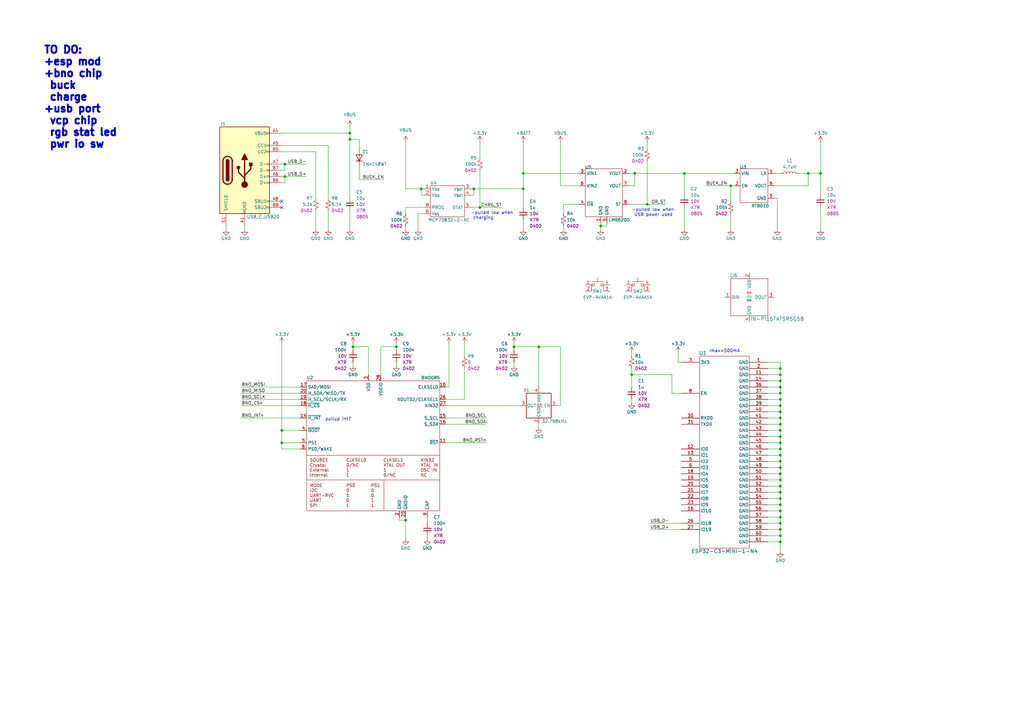
<source format=kicad_sch>
(kicad_sch (version 20230121) (generator eeschema)
  (paper "A3")
  (lib_symbols
    (symbol "00_tracker_sym:BNO085"
      (property "Reference" "U" (at 3.81 3.81 0))
      (property "Value" "BNO085" (at 57.15 3.81 0))
      (symbol "BNO085_1_1"
        (polyline (pts (xy 2.54 -38.1) (xy 57.15 -38.1)))
        (polyline (pts (xy 2.54 -27.94) (xy 57.15 -27.94)))
        (polyline (pts (xy 34.29 -50.8) (xy 34.29 -38.1)))
        (rectangle (start 2.54 2.54) (end 57.15 -50.8))
        (text "MODE		PS0		PS1\nI2C			0		0\nUART-RVC	1		0\nUART		0		1\nSPI			1		1" (at 3.81 -44.45 0) (effects (font (size 1.27 1.27)) (justify left)))
        (text "SOURCE		CLKSEL0		CLKSEL1		XIN32\nCrystal		0/NC		XTAL OUT	XTAL IN  \nExternal	1			1			OSC IN\nInternal	1			0/NC		NC" (at 3.81 -33.02 0) (effects (font (size 1.27 1.27)) (justify left)))
        (pin no_connect line (at 59.69 -19.05 180) (length 2.54) hide (name "PIN1") (number "1"))
        (pin input line (at 59.69 0 180) (length 2.54) (name "CLKSEL0") (number "10"))
        (pin input line (at 59.69 -22.86 180) (length 2.54) (name "~{RST}") (number "11"))
        (pin no_connect line (at 59.69 -19.05 180) (length 2.54) hide (name "PIN12") (number "12"))
        (pin no_connect line (at 59.69 -19.05 180) (length 2.54) hide (name "PIN13") (number "13"))
        (pin output line (at 0 -12.7 0) (length 2.54) (name "~{H_INT}") (number "14"))
        (pin bidirectional line (at 59.69 -12.7 180) (length 2.54) (name "S_SCL") (number "15"))
        (pin bidirectional line (at 59.69 -15.24 180) (length 2.54) (name "S_SDA") (number "16"))
        (pin input line (at 0 0 0) (length 2.54) (name "SA0/MOSI") (number "17"))
        (pin input line (at 0 -7.62 0) (length 2.54) (name "~{H_CS}") (number "18"))
        (pin bidirectional line (at 0 -5.08 0) (length 2.54) (name "H_SCL/SCLK/RX") (number "19"))
        (pin power_in line (at 40.64 -53.34 90) (length 2.54) (name "GND") (number "2"))
        (pin bidirectional line (at 0 -2.54 0) (length 2.54) (name "H_SDA/MISO/TX") (number "20"))
        (pin no_connect line (at 59.69 -19.05 180) (length 2.54) hide (name "PIN21") (number "21"))
        (pin no_connect line (at 59.69 -19.05 180) (length 2.54) hide (name "PIN22") (number "22"))
        (pin no_connect line (at 59.69 -19.05 180) (length 2.54) hide (name "PIN23") (number "23"))
        (pin no_connect line (at 59.69 -19.05 180) (length 2.54) hide (name "PIN24") (number "24"))
        (pin power_in line (at 43.18 -53.34 90) (length 2.54) (name "GNDIO") (number "25"))
        (pin output line (at 59.69 -5.08 180) (length 2.54) (name "XOUT32/CLKSEL1") (number "26"))
        (pin input line (at 59.69 -7.62 180) (length 2.54) (name "XIN32") (number "27"))
        (pin power_in line (at 33.02 5.08 270) (length 2.54) (name "VDDIO") (number "28"))
        (pin power_in line (at 27.94 5.08 270) (length 2.54) (name "VDD") (number "3"))
        (pin input line (at 0 -17.78 0) (length 2.54) (name "~{BOOT}") (number "4"))
        (pin input line (at 0 -22.86 0) (length 2.54) (name "PS1") (number "5"))
        (pin input line (at 0 -25.4 0) (length 2.54) (name "PS0/WAKE") (number "6"))
        (pin no_connect line (at 59.69 -19.05 180) (length 2.54) hide (name "PIN7") (number "7"))
        (pin no_connect line (at 59.69 -19.05 180) (length 2.54) hide (name "PIN8") (number "8"))
        (pin passive line (at 52.07 -53.34 90) (length 2.54) (name "CAP") (number "9"))
      )
    )
    (symbol "00_tracker_sym:ECS-327MVATX" (pin_names (offset 0.254))
      (property "Reference" "X" (at -5.08 6.35 0))
      (property "Value" "32.768kHz" (at 1.27 -6.35 0))
      (symbol "ECS-327MVATX_0_1"
        (polyline (pts (xy -1.27 -0.762) (xy -1.016 -0.762) (xy -1.016 0.762) (xy -0.508 0.762) (xy -0.508 -0.762) (xy 0 -0.762) (xy 0 0.762) (xy 0.508 0.762) (xy 0.508 -0.762) (xy 0.762 -0.762)))
      )
      (symbol "ECS-327MVATX_1_1"
        (rectangle (start -5.08 5.08) (end 5.08 -5.08) (stroke (width 0.254)))
        (pin input line (at -7.62 0 0) (length 2.54) (name "EN") (number "1"))
        (pin power_in line (at 0 -7.62 90) (length 2.54) (name "GND") (number "2"))
        (pin output line (at 7.62 0 180) (length 2.54) (name "OUT") (number "3"))
        (pin power_in line (at 0 7.62 270) (length 2.54) (name "Vdd") (number "4"))
      )
    )
    (symbol "00_tracker_sym:ESP32-C3-MINI-1-N4" (pin_names (offset 0.254))
      (property "Reference" "U" (at 20.32 10.16 0))
      (property "Value" "ESP32-C3-MINI-1-N4" (at 20.32 7.62 0))
      (symbol "ESP32-C3-MINI-1-N4_0_1"
        (pin power_out line (at 35.56 0 180) (length 7.62) (name "GND") (number "1"))
        (pin power_out line (at 35.56 -5.08 180) (length 7.62) (name "GND") (number "11"))
        (pin bidirectional line (at 0 -35.56 0) (length 7.62) (name "IO0") (number "12"))
        (pin bidirectional line (at 0 -38.1 0) (length 7.62) (name "IO1") (number "13"))
        (pin power_out line (at 35.56 -7.62 180) (length 7.62) (name "GND") (number "14"))
        (pin bidirectional line (at 0 -60.96 0) (length 7.62) (name "IO10") (number "16"))
        (pin bidirectional line (at 0 -45.72 0) (length 7.62) (name "IO4") (number "18"))
        (pin bidirectional line (at 0 -48.26 0) (length 7.62) (name "IO5") (number "19"))
        (pin power_out line (at 35.56 -2.54 180) (length 7.62) (name "GND") (number "2"))
        (pin bidirectional line (at 0 -50.8 0) (length 7.62) (name "IO6") (number "20"))
        (pin bidirectional line (at 0 -53.34 0) (length 7.62) (name "IO7") (number "21"))
        (pin bidirectional line (at 0 -55.88 0) (length 7.62) (name "IO8") (number "22"))
        (pin bidirectional line (at 0 -58.42 0) (length 7.62) (name "IO9") (number "23"))
        (pin bidirectional line (at 0 -66.04 0) (length 7.62) (name "IO18") (number "26"))
        (pin bidirectional line (at 0 -68.58 0) (length 7.62) (name "IO19") (number "27"))
        (pin power_in line (at 0 0 0) (length 7.62) (name "3V3") (number "3"))
        (pin bidirectional line (at 0 -22.86 0) (length 7.62) (name "RXD0") (number "30"))
        (pin bidirectional line (at 0 -25.4 0) (length 7.62) (name "TXD0") (number "31"))
        (pin power_out line (at 35.56 -10.16 180) (length 7.62) (name "GND") (number "36"))
        (pin power_out line (at 35.56 -12.7 180) (length 7.62) (name "GND") (number "37"))
        (pin power_out line (at 35.56 -15.24 180) (length 7.62) (name "GND") (number "38"))
        (pin power_out line (at 35.56 -17.78 180) (length 7.62) (name "GND") (number "39"))
        (pin power_out line (at 35.56 -20.32 180) (length 7.62) (name "GND") (number "40"))
        (pin power_out line (at 35.56 -22.86 180) (length 7.62) (name "GND") (number "41"))
        (pin power_out line (at 35.56 -25.4 180) (length 7.62) (name "GND") (number "42"))
        (pin power_out line (at 35.56 -27.94 180) (length 7.62) (name "GND") (number "43"))
        (pin power_out line (at 35.56 -30.48 180) (length 7.62) (name "GND") (number "44"))
        (pin power_out line (at 35.56 -33.02 180) (length 7.62) (name "GND") (number "45"))
        (pin power_out line (at 35.56 -35.56 180) (length 7.62) (name "GND") (number "46"))
        (pin power_out line (at 35.56 -38.1 180) (length 7.62) (name "GND") (number "47"))
        (pin power_out line (at 35.56 -40.64 180) (length 7.62) (name "GND") (number "48"))
        (pin power_out line (at 35.56 -43.18 180) (length 7.62) (name "GND") (number "49"))
        (pin bidirectional line (at 0 -40.64 0) (length 7.62) (name "IO2") (number "5"))
        (pin power_out line (at 35.56 -45.72 180) (length 7.62) (name "GND") (number "50"))
        (pin power_out line (at 35.56 -48.26 180) (length 7.62) (name "GND") (number "51"))
        (pin power_out line (at 35.56 -50.8 180) (length 7.62) (name "GND") (number "52"))
        (pin power_out line (at 35.56 -53.34 180) (length 7.62) (name "GND") (number "53"))
        (pin power_out line (at 35.56 -55.88 180) (length 7.62) (name "GND") (number "54"))
        (pin power_out line (at 35.56 -58.42 180) (length 7.62) (name "GND") (number "55"))
        (pin power_out line (at 35.56 -60.96 180) (length 7.62) (name "GND") (number "56"))
        (pin power_out line (at 35.56 -63.5 180) (length 7.62) (name "GND") (number "57"))
        (pin power_out line (at 35.56 -66.04 180) (length 7.62) (name "GND") (number "58"))
        (pin power_out line (at 35.56 -68.58 180) (length 7.62) (name "GND") (number "59"))
        (pin bidirectional line (at 0 -43.18 0) (length 7.62) (name "IO3") (number "6"))
        (pin power_out line (at 35.56 -71.12 180) (length 7.62) (name "GND") (number "60"))
        (pin power_out line (at 35.56 -73.66 180) (length 7.62) (name "GND") (number "61"))
        (pin input line (at 0 -12.7 0) (length 7.62) (name "EN") (number "8"))
      )
      (symbol "ESP32-C3-MINI-1-N4_1_1"
        (rectangle (start 7.62 2.54) (end 27.94 -76.2))
        (pin no_connect line (at 0 -73.66 0) (length 7.62) hide (name "NC") (number "10"))
        (pin no_connect line (at 0 -73.66 0) (length 7.62) hide (name "NC") (number "15"))
        (pin no_connect line (at 0 -73.66 0) (length 7.62) hide (name "NC") (number "17"))
        (pin no_connect line (at 0 -73.66 0) (length 7.62) hide (name "NC") (number "24"))
        (pin no_connect line (at 0 -73.66 0) (length 7.62) hide (name "NC") (number "25"))
        (pin no_connect line (at 0 -73.66 0) (length 7.62) hide (name "NC") (number "28"))
        (pin no_connect line (at 0 -73.66 0) (length 7.62) hide (name "NC") (number "29"))
        (pin no_connect line (at 0 -73.66 0) (length 7.62) hide (name "NC") (number "32"))
        (pin no_connect line (at 0 -73.66 0) (length 7.62) hide (name "NC") (number "33"))
        (pin no_connect line (at 0 -73.66 0) (length 7.62) hide (name "NC") (number "34"))
        (pin no_connect line (at 0 -73.66 0) (length 7.62) hide (name "NC") (number "35"))
        (pin no_connect line (at 0 -73.66 0) (length 7.62) hide (name "NC") (number "4"))
        (pin no_connect line (at 0 -73.66 0) (length 7.62) hide (name "NC") (number "7"))
        (pin no_connect line (at 0 -73.66 0) (length 7.62) hide (name "NC") (number "9"))
      )
    )
    (symbol "00_tracker_sym:IN-PI15TAT5R5G5B" (pin_names (offset 0.254))
      (property "Reference" "U" (at 2.54 8.89 0))
      (property "Value" "IN-PI15TAT5R5G5B" (at 21.59 -8.89 0))
      (symbol "IN-PI15TAT5R5G5B_0_1"
        (rectangle (start 2.54 7.62) (end 17.78 -7.62))
      )
      (symbol "IN-PI15TAT5R5G5B_1_1"
        (polyline (pts (xy 9.525 -1.27) (xy 9.017 -1.27)) (stroke (width 0) (color 0 0 255 1)))
        (polyline (pts (xy 9.525 0.254) (xy 9.017 0.254)) (stroke (width 0) (color 0 255 0 1)))
        (polyline (pts (xy 9.525 1.778) (xy 9.017 1.778)) (stroke (width 0) (color 255 0 0 1)))
        (polyline (pts (xy 10.541 -1.27) (xy 11.303 -1.27)) (stroke (width 0) (color 0 0 255 1)))
        (polyline (pts (xy 10.541 -0.762) (xy 10.541 -1.778)) (stroke (width 0) (color 0 0 255 1)))
        (polyline (pts (xy 10.541 0.254) (xy 11.303 0.254)) (stroke (width 0) (color 0 255 0 1)))
        (polyline (pts (xy 10.541 0.762) (xy 10.541 -0.254)) (stroke (width 0) (color 0 255 0 1)))
        (polyline (pts (xy 10.541 1.778) (xy 11.303 1.778)) (stroke (width 0) (color 255 0 0 1)))
        (polyline (pts (xy 10.541 2.286) (xy 10.541 1.27)) (stroke (width 0) (color 255 0 0 1)))
        (polyline (pts (xy 9.525 -0.762) (xy 9.525 -1.778) (xy 10.541 -1.27) (xy 9.525 -0.762)) (stroke (width 0) (color 0 0 255 1)))
        (polyline (pts (xy 9.525 0.762) (xy 9.525 -0.254) (xy 10.541 0.254) (xy 9.525 0.762)) (stroke (width 0) (color 0 255 0 1)))
        (polyline (pts (xy 9.525 2.286) (xy 9.525 1.27) (xy 10.541 1.778) (xy 9.525 2.286)) (stroke (width 0) (color 255 0 0 1)))
        (pin input line (at 0 0 0) (length 2.54) (name "DIN") (number "1"))
        (pin power_in line (at 10.16 10.16 270) (length 2.54) (name "VDD") (number "2"))
        (pin output line (at 20.32 0 180) (length 2.54) (name "DOUT") (number "3"))
        (pin power_in line (at 10.16 -10.16 90) (length 2.54) (name "GND") (number "4"))
      )
    )
    (symbol "00_tracker_sym:LM66200"
      (property "Reference" "U" (at -1.905 2.54 0))
      (property "Value" "LM66200" (at -1.905 2.54 0))
      (symbol "LM66200_0_1"
        (rectangle (start 2.54 1.905) (end 17.78 -17.78))
      )
      (symbol "LM66200_1_1"
        (pin power_in line (at 8.89 -20.32 90) (length 2.54) (name "GND") (number "1"))
        (pin power_out line (at 20.32 0 180) (length 2.54) (name "VOUT") (number "2"))
        (pin power_in line (at 0 0 0) (length 2.54) (name "VIN1") (number "3"))
        (pin input line (at 0 -12.7 0) (length 2.54) (name "~{ON}") (number "4"))
        (pin power_in line (at 11.43 -20.32 90) (length 2.54) (name "GND") (number "5"))
        (pin power_in line (at 0 -5.08 0) (length 2.54) (name "VIN2") (number "6"))
        (pin power_out line (at 20.32 -5.08 180) (length 2.54) (name "VOUT") (number "7"))
        (pin open_collector line (at 20.32 -12.7 180) (length 2.54) (name "ST") (number "8"))
      )
    )
    (symbol "00_tracker_sym:MCP73832-2-AC"
      (property "Reference" "U" (at 2.54 2.54 0))
      (property "Value" "MCP73832-2-AC" (at 2.54 -12.7 0))
      (symbol "MCP73832-2-AC_1_1"
        (rectangle (start 2.54 1.27) (end 16.51 -11.43))
        (pin power_in line (at 0 0 0) (length 2.54) (name "V_{DD}") (number "1"))
        (pin power_in line (at 0 -2.54 0) (length 2.54) (name "V_{DD}") (number "2"))
        (pin power_out line (at 19.05 0 180) (length 2.54) (name "V_{BAT}") (number "3"))
        (pin power_out line (at 19.05 -2.54 180) (length 2.54) (name "V_{BAT}") (number "4"))
        (pin open_collector line (at 19.05 -7.62 180) (length 2.54) (name "STAT") (number "5"))
        (pin power_in line (at 0 -10.16 0) (length 2.54) (name "V_{SS}") (number "6"))
        (pin no_connect line (at 19.05 -10.16 180) (length 2.54) hide (name "NC") (number "7"))
        (pin passive line (at 0 -7.62 0) (length 2.54) (name "PROG") (number "8"))
      )
    )
    (symbol "00_tracker_sym:RT8010"
      (property "Reference" "U" (at 2.54 3.175 0))
      (property "Value" "RT8010" (at 10.795 -13.335 0))
      (symbol "RT8010_0_1"
        (rectangle (start 2.54 1.905) (end 13.97 -12.065))
      )
      (symbol "RT8010_1_1"
        (pin no_connect line (at 0 -10.16 0) (length 2.54) hide (name "IC") (number "1"))
        (pin input line (at 0 -5.08 0) (length 2.54) (name "EN") (number "2"))
        (pin power_in line (at 0 0 0) (length 2.54) (name "VIN") (number "3"))
        (pin power_out line (at 16.51 0 180) (length 2.54) (name "LX") (number "4"))
        (pin power_in line (at 16.51 -10.16 180) (length 2.54) (name "GND") (number "5"))
        (pin input line (at 16.51 -5.08 180) (length 2.54) (name "VOUT") (number "6"))
      )
    )
    (symbol "Connector:USB_C_Receptacle_USB2.0_16P" (pin_names (offset 1.016))
      (property "Reference" "J" (at 0 22.225 0))
      (property "Value" "USB_C_Receptacle_USB2.0_16P" (at 0 19.685 0))
      (symbol "USB_C_Receptacle_USB2.0_16P_0_0"
        (rectangle (start -0.254 -17.78) (end 0.254 -16.764))
        (rectangle (start 10.16 -14.986) (end 9.144 -15.494))
        (rectangle (start 10.16 -12.446) (end 9.144 -12.954))
        (rectangle (start 10.16 -4.826) (end 9.144 -5.334))
        (rectangle (start 10.16 -2.286) (end 9.144 -2.794))
        (rectangle (start 10.16 0.254) (end 9.144 -0.254))
        (rectangle (start 10.16 2.794) (end 9.144 2.286))
        (rectangle (start 10.16 7.874) (end 9.144 7.366))
        (rectangle (start 10.16 10.414) (end 9.144 9.906))
        (rectangle (start 10.16 15.494) (end 9.144 14.986))
      )
      (symbol "USB_C_Receptacle_USB2.0_16P_0_1"
        (rectangle (start -10.16 17.78) (end 10.16 -17.78) (stroke (width 0.254)) (fill (type background)))
        (arc (start -8.89 -3.81) (mid -6.985 -5.7067) (end -5.08 -3.81) (stroke (width 0.508)))
        (arc (start -7.62 -3.81) (mid -6.985 -4.4423) (end -6.35 -3.81) (stroke (width 0.254)))
        (arc (start -7.62 -3.81) (mid -6.985 -4.4423) (end -6.35 -3.81) (stroke (width 0.254)) (fill (type outline)))
        (rectangle (start -7.62 -3.81) (end -6.35 3.81) (stroke (width 0.254)) (fill (type outline)))
        (arc (start -6.35 3.81) (mid -6.985 4.4423) (end -7.62 3.81) (stroke (width 0.254)))
        (arc (start -6.35 3.81) (mid -6.985 4.4423) (end -7.62 3.81) (stroke (width 0.254)) (fill (type outline)))
        (arc (start -5.08 3.81) (mid -6.985 5.7067) (end -8.89 3.81) (stroke (width 0.508)))
        (circle (center -2.54 1.143) (radius 0.635) (stroke (width 0.254)) (fill (type outline)))
        (circle (center 0 -5.842) (radius 1.27) (fill (type outline)))
        (polyline (pts (xy -8.89 -3.81) (xy -8.89 3.81)) (stroke (width 0.508)))
        (polyline (pts (xy -5.08 3.81) (xy -5.08 -3.81)) (stroke (width 0.508)))
        (polyline (pts (xy 0 -5.842) (xy 0 4.318)) (stroke (width 0.508)))
        (polyline (pts (xy 0 -3.302) (xy -2.54 -0.762) (xy -2.54 0.508)) (stroke (width 0.508)))
        (polyline (pts (xy 0 -2.032) (xy 2.54 0.508) (xy 2.54 1.778)) (stroke (width 0.508)))
        (polyline (pts (xy -1.27 4.318) (xy 0 6.858) (xy 1.27 4.318) (xy -1.27 4.318)) (stroke (width 0.254)) (fill (type outline)))
        (rectangle (start 1.905 1.778) (end 3.175 3.048) (stroke (width 0.254)) (fill (type outline)))
      )
      (symbol "USB_C_Receptacle_USB2.0_16P_1_1"
        (pin passive line (at 0 -22.86 90) (length 5.08) (name "GND") (number "A1"))
        (pin passive line (at 0 -22.86 90) (length 5.08) hide (name "GND") (number "A12"))
        (pin passive line (at 15.24 15.24 180) (length 5.08) (name "VBUS") (number "A4"))
        (pin bidirectional line (at 15.24 10.16 180) (length 5.08) (name "CC1") (number "A5"))
        (pin bidirectional line (at 15.24 -2.54 180) (length 5.08) (name "D+") (number "A6"))
        (pin bidirectional line (at 15.24 2.54 180) (length 5.08) (name "D-") (number "A7"))
        (pin bidirectional line (at 15.24 -12.7 180) (length 5.08) (name "SBU1") (number "A8"))
        (pin passive line (at 15.24 15.24 180) (length 5.08) hide (name "VBUS") (number "A9"))
        (pin passive line (at 0 -22.86 90) (length 5.08) hide (name "GND") (number "B1"))
        (pin passive line (at 0 -22.86 90) (length 5.08) hide (name "GND") (number "B12"))
        (pin passive line (at 15.24 15.24 180) (length 5.08) hide (name "VBUS") (number "B4"))
        (pin bidirectional line (at 15.24 7.62 180) (length 5.08) (name "CC2") (number "B5"))
        (pin bidirectional line (at 15.24 -5.08 180) (length 5.08) (name "D+") (number "B6"))
        (pin bidirectional line (at 15.24 0 180) (length 5.08) (name "D-") (number "B7"))
        (pin bidirectional line (at 15.24 -15.24 180) (length 5.08) (name "SBU2") (number "B8"))
        (pin passive line (at 15.24 15.24 180) (length 5.08) hide (name "VBUS") (number "B9"))
        (pin passive line (at -7.62 -22.86 90) (length 5.08) (name "SHIELD") (number "S1"))
      )
    )
    (symbol "Device:C_Small" (pin_numbers hide) (pin_names (offset 0.254) hide)
      (property "Reference" "C" (at 0.254 1.778 0))
      (property "Value" "C_Small" (at 0.254 -2.032 0))
      (symbol "C_Small_0_1"
        (polyline (pts (xy -1.524 -0.508) (xy 1.524 -0.508)) (stroke (width 0.3302)))
        (polyline (pts (xy -1.524 0.508) (xy 1.524 0.508)) (stroke (width 0.3048)))
      )
      (symbol "C_Small_1_1"
        (pin passive line (at 0 2.54 270) (length 2.032) (name "~") (number "1"))
        (pin passive line (at 0 -2.54 90) (length 2.032) (name "~") (number "2"))
      )
    )
    (symbol "Device:L" (pin_numbers hide) (pin_names (offset 1.016) hide)
      (property "Reference" "L" (at -1.27 0 90))
      (property "Value" "L" (at 1.905 0 90))
      (symbol "L_0_1"
        (arc (start 0 -2.54) (mid 0.6323 -1.905) (end 0 -1.27))
        (arc (start 0 -1.27) (mid 0.6323 -0.635) (end 0 0))
        (arc (start 0 0) (mid 0.6323 0.635) (end 0 1.27))
        (arc (start 0 1.27) (mid 0.6323 1.905) (end 0 2.54))
      )
      (symbol "L_1_1"
        (pin passive line (at 0 3.81 270) (length 1.27) (name "1") (number "1"))
        (pin passive line (at 0 -3.81 90) (length 1.27) (name "2") (number "2"))
      )
    )
    (symbol "Device:R_Small_US" (pin_numbers hide) (pin_names (offset 0.254) hide)
      (property "Reference" "R" (at 0.762 0.508 0))
      (property "Value" "R_Small_US" (at 0.762 -1.016 0))
      (symbol "R_Small_US_1_1"
        (polyline (pts (xy 0 0) (xy 1.016 -0.381) (xy 0 -0.762) (xy -1.016 -1.143) (xy 0 -1.524)))
        (polyline (pts (xy 0 1.524) (xy 1.016 1.143) (xy 0 0.762) (xy -1.016 0.381) (xy 0 0)))
        (pin passive line (at 0 2.54 270) (length 1.016) (name "~") (number "1"))
        (pin passive line (at 0 -2.54 90) (length 1.016) (name "~") (number "2"))
      )
    )
    (symbol "Diode:1N4148WT" (pin_numbers hide) (pin_names hide)
      (property "Reference" "D" (at 0 2.54 0))
      (property "Value" "1N4148WT" (at 0 -2.54 0))
      (symbol "1N4148WT_0_1"
        (polyline (pts (xy -1.27 1.27) (xy -1.27 -1.27)) (stroke (width 0.254)))
        (polyline (pts (xy 1.27 0) (xy -1.27 0)))
        (polyline (pts (xy 1.27 1.27) (xy 1.27 -1.27) (xy -1.27 0) (xy 1.27 1.27)) (stroke (width 0.254)))
      )
      (symbol "1N4148WT_1_1"
        (pin passive line (at -3.81 0 0) (length 2.54) (name "K") (number "1"))
        (pin passive line (at 3.81 0 180) (length 2.54) (name "A") (number "2"))
      )
    )
    (symbol "Switch:SW_MEC_5E" (pin_names (offset 1.016) hide)
      (property "Reference" "SW" (at 0.635 5.715 0))
      (property "Value" "SW_MEC_5E" (at 0 -3.175 0))
      (symbol "SW_MEC_5E_0_1"
        (circle (center -1.778 2.54) (radius 0.508))
        (polyline (pts (xy -2.286 3.81) (xy 2.286 3.81)))
        (polyline (pts (xy 0 3.81) (xy 0 5.588)))
        (polyline (pts (xy -2.54 0) (xy -2.54 2.54) (xy -2.286 2.54)))
        (polyline (pts (xy 2.54 0) (xy 2.54 2.54) (xy 2.286 2.54)))
        (circle (center 1.778 2.54) (radius 0.508))
        (pin passive line (at -5.08 2.54 0) (length 2.54) (name "1") (number "1"))
        (pin passive line (at -5.08 0 0) (length 2.54) (name "2") (number "2"))
        (pin passive line (at 5.08 0 180) (length 2.54) (name "K") (number "3"))
        (pin passive line (at 5.08 2.54 180) (length 2.54) (name "A") (number "4"))
      )
    )
    (symbol "power:+3.3V" (power) (pin_names (offset 0))
      (property "Value" "+3.3V" (at 0 3.556 0))
      (symbol "+3.3V_0_1"
        (polyline (pts (xy -0.762 1.27) (xy 0 2.54)))
        (polyline (pts (xy 0 0) (xy 0 2.54)))
        (polyline (pts (xy 0 2.54) (xy 0.762 1.27)))
      )
      (symbol "+3.3V_1_1"
        (pin power_in line (at 0 0 90) (length 0) hide (name "+3.3V") (number "1"))
      )
    )
    (symbol "power:+BATT" (power) (pin_names (offset 0))
      (property "Value" "+BATT" (at 0 3.556 0))
      (symbol "+BATT_0_1"
        (polyline (pts (xy -0.762 1.27) (xy 0 2.54)))
        (polyline (pts (xy 0 0) (xy 0 2.54)))
        (polyline (pts (xy 0 2.54) (xy 0.762 1.27)))
      )
      (symbol "+BATT_1_1"
        (pin power_in line (at 0 0 90) (length 0) hide (name "+BATT") (number "1"))
      )
    )
    (symbol "power:GND" (power) (pin_names (offset 0))
      (property "Value" "GND" (at 0 -3.81 0))
      (symbol "GND_0_1"
        (polyline (pts (xy 0 0) (xy 0 -1.27) (xy 1.27 -1.27) (xy 0 -2.54) (xy -1.27 -1.27) (xy 0 -1.27)))
      )
      (symbol "GND_1_1"
        (pin power_in line (at 0 0 270) (length 0) hide (name "GND") (number "1"))
      )
    )
    (symbol "power:VBUS" (power) (pin_names (offset 0))
      (property "Value" "VBUS" (at 0 3.81 0))
      (symbol "VBUS_0_1"
        (polyline (pts (xy -0.762 1.27) (xy 0 2.54)))
        (polyline (pts (xy 0 0) (xy 0 2.54)))
        (polyline (pts (xy 0 2.54) (xy 0.762 1.27)))
      )
      (symbol "VBUS_1_1"
        (pin power_in line (at 0 0 90) (length 0) hide (name "VBUS") (number "1"))
      )
    )
  )
  (junction (at 320.04 222.25))
  (junction (at 320.04 186.69))
  (junction (at 320.04 156.21))
  (junction (at 331.47 71.12))
  (junction (at 320.04 166.37))
  (junction (at 280.67 71.12))
  (junction (at 144.78 142.24))
  (junction (at 214.63 77.47))
  (junction (at 196.85 85.09))
  (junction (at 115.57 176.53))
  (junction (at 320.04 199.39))
  (junction (at 162.56 142.24))
  (junction (at 320.04 176.53))
  (junction (at 259.08 153.67))
  (junction (at 320.04 191.77))
  (junction (at 320.04 194.31))
  (junction (at 320.04 217.17))
  (junction (at 320.04 179.07))
  (junction (at 116.84 67.31))
  (junction (at 320.04 153.67))
  (junction (at 116.84 72.39))
  (junction (at 210.82 142.24))
  (junction (at 320.04 212.09))
  (junction (at 320.04 204.47))
  (junction (at 220.98 142.24))
  (junction (at 320.04 207.01))
  (junction (at 320.04 173.99))
  (junction (at 320.04 196.85))
  (junction (at 166.37 213.36))
  (junction (at 260.35 71.12))
  (junction (at 246.38 92.71))
  (junction (at 320.04 161.29))
  (junction (at 194.31 77.47))
  (junction (at 320.04 171.45))
  (junction (at 320.04 219.71))
  (junction (at 320.04 214.63))
  (junction (at 214.63 71.12))
  (junction (at 320.04 201.93))
  (junction (at 265.43 83.82))
  (junction (at 143.51 57.15))
  (junction (at 143.51 54.61))
  (junction (at 320.04 189.23))
  (junction (at 320.04 181.61))
  (junction (at 320.04 209.55))
  (junction (at 320.04 158.75))
  (junction (at 320.04 184.15))
  (junction (at 320.04 168.91))
  (junction (at 320.04 151.13))
  (junction (at 299.72 76.2))
  (junction (at 115.57 181.61))
  (junction (at 320.04 163.83))
  (junction (at 336.55 71.12))
  (junction (at 172.72 77.47))
  (no_connect (at 115.57 82.55))
  (no_connect (at 115.57 85.09))
  (wire (pts (xy 259.08 163.83) (xy 259.08 165.1)))
  (wire (pts (xy 331.47 71.12) (xy 327.66 71.12)))
  (wire (pts (xy 320.04 158.75) (xy 320.04 161.29)))
  (wire (pts (xy 320.04 196.85) (xy 314.96 196.85)))
  (wire (pts (xy 317.5 76.2) (xy 331.47 76.2)))
  (wire (pts (xy 320.04 222.25) (xy 320.04 226.06)))
  (wire (pts (xy 246.38 91.44) (xy 246.38 92.71)))
  (wire (pts (xy 320.04 222.25) (xy 314.96 222.25)))
  (wire (pts (xy 259.08 153.67) (xy 259.08 158.75)))
  (wire (pts (xy 193.04 77.47) (xy 194.31 77.47)))
  (wire (pts (xy 214.63 71.12) (xy 214.63 77.47)))
  (wire (pts (xy 275.59 153.67) (xy 259.08 153.67)))
  (wire (pts (xy 196.85 69.85) (xy 196.85 85.09)))
  (wire (pts (xy 320.04 189.23) (xy 320.04 191.77)))
  (wire (pts (xy 151.13 142.24) (xy 144.78 142.24)))
  (wire (pts (xy 320.04 148.59) (xy 320.04 151.13)))
  (wire (pts (xy 173.99 80.01) (xy 172.72 80.01)))
  (wire (pts (xy 257.81 76.2) (xy 260.35 76.2)))
  (wire (pts (xy 318.77 93.98) (xy 318.77 81.28)))
  (wire (pts (xy 265.43 58.42) (xy 265.43 60.96)))
  (wire (pts (xy 320.04 163.83) (xy 320.04 166.37)))
  (wire (pts (xy 320.04 184.15) (xy 320.04 186.69)))
  (wire (pts (xy 320.04 214.63) (xy 314.96 214.63)))
  (wire (pts (xy 162.56 148.59) (xy 162.56 149.86)))
  (wire (pts (xy 157.48 73.66) (xy 147.32 73.66)))
  (wire (pts (xy 220.98 173.99) (xy 220.98 175.26)))
  (wire (pts (xy 278.13 148.59) (xy 279.4 148.59)))
  (wire (pts (xy 144.78 148.59) (xy 144.78 149.86)))
  (wire (pts (xy 116.84 67.31) (xy 125.73 67.31)))
  (wire (pts (xy 320.04 196.85) (xy 320.04 199.39)))
  (wire (pts (xy 320.04 199.39) (xy 314.96 199.39)))
  (wire (pts (xy 320.04 148.59) (xy 314.96 148.59)))
  (wire (pts (xy 144.78 142.24) (xy 144.78 143.51)))
  (wire (pts (xy 166.37 77.47) (xy 172.72 77.47)))
  (wire (pts (xy 320.04 166.37) (xy 320.04 168.91)))
  (wire (pts (xy 214.63 90.17) (xy 214.63 93.98)))
  (wire (pts (xy 99.06 158.75) (xy 123.19 158.75)))
  (wire (pts (xy 115.57 67.31) (xy 116.84 67.31)))
  (wire (pts (xy 99.06 166.37) (xy 123.19 166.37)))
  (wire (pts (xy 331.47 76.2) (xy 331.47 71.12)))
  (wire (pts (xy 248.92 91.44) (xy 248.92 92.71)))
  (wire (pts (xy 320.04 151.13) (xy 320.04 153.67)))
  (wire (pts (xy 260.35 76.2) (xy 260.35 71.12)))
  (wire (pts (xy 143.51 86.36) (xy 143.51 93.98)))
  (wire (pts (xy 115.57 176.53) (xy 115.57 181.61)))
  (wire (pts (xy 320.04 184.15) (xy 314.96 184.15)))
  (wire (pts (xy 320.04 168.91) (xy 320.04 171.45)))
  (wire (pts (xy 143.51 57.15) (xy 143.51 81.28)))
  (wire (pts (xy 116.84 72.39) (xy 115.57 72.39)))
  (wire (pts (xy 194.31 77.47) (xy 214.63 77.47)))
  (wire (pts (xy 320.04 199.39) (xy 320.04 201.93)))
  (wire (pts (xy 214.63 58.42) (xy 214.63 71.12)))
  (wire (pts (xy 320.04 168.91) (xy 314.96 168.91)))
  (wire (pts (xy 320.04 219.71) (xy 314.96 219.71)))
  (wire (pts (xy 299.72 76.2) (xy 299.72 82.55)))
  (wire (pts (xy 320.04 212.09) (xy 314.96 212.09)))
  (wire (pts (xy 171.45 87.63) (xy 171.45 93.98)))
  (wire (pts (xy 147.32 57.15) (xy 143.51 57.15)))
  (wire (pts (xy 116.84 72.39) (xy 125.73 72.39)))
  (wire (pts (xy 194.31 80.01) (xy 194.31 77.47)))
  (wire (pts (xy 115.57 74.93) (xy 116.84 74.93)))
  (wire (pts (xy 275.59 161.29) (xy 275.59 153.67)))
  (wire (pts (xy 265.43 66.04) (xy 265.43 83.82)))
  (wire (pts (xy 257.81 83.82) (xy 265.43 83.82)))
  (wire (pts (xy 143.51 52.07) (xy 143.51 54.61)))
  (wire (pts (xy 318.77 81.28) (xy 317.5 81.28)))
  (wire (pts (xy 320.04 153.67) (xy 320.04 156.21)))
  (wire (pts (xy 182.88 166.37) (xy 213.36 166.37)))
  (wire (pts (xy 163.83 212.09) (xy 163.83 213.36)))
  (wire (pts (xy 231.14 83.82) (xy 231.14 87.63)))
  (wire (pts (xy 190.5 140.97) (xy 190.5 146.05)))
  (wire (pts (xy 134.62 81.28) (xy 134.62 59.69)))
  (wire (pts (xy 214.63 77.47) (xy 214.63 85.09)))
  (wire (pts (xy 300.99 76.2) (xy 299.72 76.2)))
  (wire (pts (xy 115.57 181.61) (xy 115.57 184.15)))
  (wire (pts (xy 229.87 166.37) (xy 229.87 142.24)))
  (wire (pts (xy 320.04 207.01) (xy 314.96 207.01)))
  (wire (pts (xy 320.04 201.93) (xy 314.96 201.93)))
  (wire (pts (xy 229.87 142.24) (xy 220.98 142.24)))
  (wire (pts (xy 320.04 161.29) (xy 314.96 161.29)))
  (wire (pts (xy 172.72 77.47) (xy 173.99 77.47)))
  (wire (pts (xy 320.04 163.83) (xy 314.96 163.83)))
  (wire (pts (xy 166.37 213.36) (xy 166.37 220.98)))
  (wire (pts (xy 231.14 92.71) (xy 231.14 93.98)))
  (wire (pts (xy 237.49 83.82) (xy 231.14 83.82)))
  (wire (pts (xy 320.04 194.31) (xy 320.04 196.85)))
  (wire (pts (xy 210.82 140.97) (xy 210.82 142.24)))
  (wire (pts (xy 280.67 71.12) (xy 280.67 80.01)))
  (wire (pts (xy 182.88 181.61) (xy 199.39 181.61)))
  (wire (pts (xy 196.85 58.42) (xy 196.85 64.77)))
  (wire (pts (xy 193.04 80.01) (xy 194.31 80.01)))
  (wire (pts (xy 320.04 207.01) (xy 320.04 209.55)))
  (wire (pts (xy 278.13 144.78) (xy 278.13 148.59)))
  (wire (pts (xy 182.88 158.75) (xy 184.15 158.75)))
  (wire (pts (xy 220.98 142.24) (xy 220.98 158.75)))
  (wire (pts (xy 320.04 209.55) (xy 314.96 209.55)))
  (wire (pts (xy 162.56 142.24) (xy 162.56 143.51)))
  (wire (pts (xy 220.98 142.24) (xy 210.82 142.24)))
  (wire (pts (xy 143.51 54.61) (xy 143.51 57.15)))
  (wire (pts (xy 175.26 219.71) (xy 175.26 220.98)))
  (wire (pts (xy 100.33 92.71) (xy 100.33 93.98)))
  (wire (pts (xy 320.04 158.75) (xy 314.96 158.75)))
  (wire (pts (xy 320.04 181.61) (xy 320.04 184.15)))
  (wire (pts (xy 320.04 151.13) (xy 314.96 151.13)))
  (wire (pts (xy 320.04 179.07) (xy 314.96 179.07)))
  (wire (pts (xy 214.63 71.12) (xy 237.49 71.12)))
  (wire (pts (xy 280.67 85.09) (xy 280.67 93.98)))
  (wire (pts (xy 320.04 176.53) (xy 314.96 176.53)))
  (wire (pts (xy 196.85 85.09) (xy 205.74 85.09)))
  (wire (pts (xy 129.54 62.23) (xy 129.54 81.28)))
  (wire (pts (xy 266.7 217.17) (xy 279.4 217.17)))
  (wire (pts (xy 336.55 71.12) (xy 336.55 80.01)))
  (wire (pts (xy 299.72 87.63) (xy 299.72 93.98)))
  (wire (pts (xy 280.67 71.12) (xy 300.99 71.12)))
  (wire (pts (xy 156.21 153.67) (xy 156.21 142.24)))
  (wire (pts (xy 320.04 176.53) (xy 320.04 179.07)))
  (wire (pts (xy 151.13 153.67) (xy 151.13 142.24)))
  (wire (pts (xy 257.81 71.12) (xy 260.35 71.12)))
  (wire (pts (xy 143.51 54.61) (xy 115.57 54.61)))
  (wire (pts (xy 320.04 194.31) (xy 314.96 194.31)))
  (wire (pts (xy 162.56 140.97) (xy 162.56 142.24)))
  (wire (pts (xy 229.87 166.37) (xy 228.6 166.37)))
  (wire (pts (xy 259.08 144.78) (xy 259.08 146.05)))
  (wire (pts (xy 115.57 184.15) (xy 123.19 184.15)))
  (wire (pts (xy 99.06 171.45) (xy 123.19 171.45)))
  (wire (pts (xy 134.62 86.36) (xy 134.62 93.98)))
  (wire (pts (xy 147.32 60.96) (xy 147.32 57.15)))
  (wire (pts (xy 336.55 71.12) (xy 331.47 71.12)))
  (wire (pts (xy 115.57 62.23) (xy 129.54 62.23)))
  (wire (pts (xy 320.04 161.29) (xy 320.04 163.83)))
  (wire (pts (xy 336.55 58.42) (xy 336.55 71.12)))
  (wire (pts (xy 229.87 76.2) (xy 237.49 76.2)))
  (wire (pts (xy 320.04 166.37) (xy 314.96 166.37)))
  (wire (pts (xy 134.62 59.69) (xy 115.57 59.69)))
  (wire (pts (xy 320.04 173.99) (xy 314.96 173.99)))
  (wire (pts (xy 266.7 214.63) (xy 279.4 214.63)))
  (wire (pts (xy 144.78 140.97) (xy 144.78 142.24)))
  (wire (pts (xy 115.57 181.61) (xy 123.19 181.61)))
  (wire (pts (xy 320.04 181.61) (xy 314.96 181.61)))
  (wire (pts (xy 173.99 85.09) (xy 166.37 85.09)))
  (wire (pts (xy 115.57 69.85) (xy 116.84 69.85)))
  (wire (pts (xy 173.99 87.63) (xy 171.45 87.63)))
  (wire (pts (xy 246.38 92.71) (xy 246.38 93.98)))
  (wire (pts (xy 182.88 163.83) (xy 190.5 163.83)))
  (wire (pts (xy 265.43 83.82) (xy 273.05 83.82)))
  (wire (pts (xy 156.21 142.24) (xy 162.56 142.24)))
  (wire (pts (xy 260.35 71.12) (xy 280.67 71.12)))
  (wire (pts (xy 320.04 204.47) (xy 314.96 204.47)))
  (wire (pts (xy 116.84 74.93) (xy 116.84 72.39)))
  (wire (pts (xy 99.06 161.29) (xy 123.19 161.29)))
  (wire (pts (xy 320.04 217.17) (xy 314.96 217.17)))
  (wire (pts (xy 259.08 151.13) (xy 259.08 153.67)))
  (wire (pts (xy 248.92 92.71) (xy 246.38 92.71)))
  (wire (pts (xy 320.04 191.77) (xy 314.96 191.77)))
  (wire (pts (xy 210.82 148.59) (xy 210.82 149.86)))
  (wire (pts (xy 320.04 189.23) (xy 314.96 189.23)))
  (wire (pts (xy 163.83 213.36) (xy 166.37 213.36)))
  (wire (pts (xy 336.55 85.09) (xy 336.55 93.98)))
  (wire (pts (xy 320.04 156.21) (xy 320.04 158.75)))
  (wire (pts (xy 320.04 204.47) (xy 320.04 207.01)))
  (wire (pts (xy 279.4 161.29) (xy 275.59 161.29)))
  (wire (pts (xy 320.04 173.99) (xy 320.04 176.53)))
  (wire (pts (xy 229.87 58.42) (xy 229.87 76.2)))
  (wire (pts (xy 92.71 92.71) (xy 92.71 93.98)))
  (wire (pts (xy 172.72 80.01) (xy 172.72 77.47)))
  (wire (pts (xy 320.04 209.55) (xy 320.04 212.09)))
  (wire (pts (xy 99.06 163.83) (xy 123.19 163.83)))
  (wire (pts (xy 320.04 179.07) (xy 320.04 181.61)))
  (wire (pts (xy 317.5 71.12) (xy 320.04 71.12)))
  (wire (pts (xy 166.37 213.36) (xy 166.37 212.09)))
  (wire (pts (xy 115.57 140.97) (xy 115.57 176.53)))
  (wire (pts (xy 184.15 158.75) (xy 184.15 140.97)))
  (wire (pts (xy 320.04 171.45) (xy 320.04 173.99)))
  (wire (pts (xy 116.84 69.85) (xy 116.84 67.31)))
  (wire (pts (xy 320.04 214.63) (xy 320.04 217.17)))
  (wire (pts (xy 320.04 186.69) (xy 320.04 189.23)))
  (wire (pts (xy 320.04 186.69) (xy 314.96 186.69)))
  (wire (pts (xy 210.82 142.24) (xy 210.82 143.51)))
  (wire (pts (xy 166.37 92.71) (xy 166.37 93.98)))
  (wire (pts (xy 166.37 58.42) (xy 166.37 77.47)))
  (wire (pts (xy 147.32 73.66) (xy 147.32 68.58)))
  (wire (pts (xy 123.19 176.53) (xy 115.57 176.53)))
  (wire (pts (xy 182.88 173.99) (xy 199.39 173.99)))
  (wire (pts (xy 320.04 219.71) (xy 320.04 222.25)))
  (wire (pts (xy 320.04 156.21) (xy 314.96 156.21)))
  (wire (pts (xy 320.04 171.45) (xy 314.96 171.45)))
  (wire (pts (xy 182.88 171.45) (xy 199.39 171.45)))
  (wire (pts (xy 320.04 217.17) (xy 320.04 219.71)))
  (wire (pts (xy 320.04 191.77) (xy 320.04 194.31)))
  (wire (pts (xy 190.5 163.83) (xy 190.5 151.13)))
  (wire (pts (xy 320.04 212.09) (xy 320.04 214.63)))
  (wire (pts (xy 166.37 85.09) (xy 166.37 87.63)))
  (wire (pts (xy 193.04 85.09) (xy 196.85 85.09)))
  (wire (pts (xy 129.54 86.36) (xy 129.54 93.98)))
  (wire (pts (xy 320.04 201.93) (xy 320.04 204.47)))
  (wire (pts (xy 289.56 76.2) (xy 299.72 76.2)))
  (wire (pts (xy 175.26 212.09) (xy 175.26 214.63)))
  (wire (pts (xy 320.04 153.67) (xy 314.96 153.67)))
  (text "TO DO:\n+esp mod\n+bno chip\n buck\n charge\n+usb port\n vcp chip\n rgb stat led\n pwr io sw\n" (at 17.78 60.96 0) (effects (font (size 3 3) (thickness 1) bold) (justify left bottom)))
  (text "-pulled low when\n charging" (at 193.04 90.17 0) (effects (font (size 1.27 1.27)) (justify left bottom)))
  (text "-pulled low when\n USB power used" (at 259.08 88.9 0) (effects (font (size 1.27 1.27)) (justify left bottom)))
  (text "pullup int?" (at 133.35 172.72 0) (effects (font (size 1.27 1.27)) (justify left bottom)))
  (text "Imax=500mA" (at 290.83 144.78 0) (effects (font (size 1.27 1.27)) (justify left bottom)))
  (label "CHRG_ST" (at 205.74 85.09 180))
  (label "USB_D-" (at 125.73 67.31 180))
  (label "BNO_INTn" (at 99.06 171.45 0))
  (label "USB_D+" (at 125.73 72.39 180))
  (label "BNO_MOSI" (at 99.06 158.75 0))
  (label "BNO_SCL" (at 199.39 171.45 180))
  (label "USB_D+" (at 266.7 217.17 0))
  (label "BNO_CSn" (at 99.06 166.37 0))
  (label "OR_ST" (at 273.05 83.82 180))
  (label "BNO_MISO" (at 99.06 161.29 0))
  (label "BNO_SDA" (at 199.39 173.99 180))
  (label "BNO_RSTn" (at 199.39 181.61 180))
  (label "USB_D-" (at 266.7 214.63 0))
  (label "BNO_SCLK" (at 99.06 163.83 0))
  (label "BUCK_EN" (at 157.48 73.66 180))
  (label "BUCK_EN" (at 289.56 76.2 0))
  (symbol (lib_id "Diode:1N4148WT") (at 147.32 64.77 90) (unit 1)
    (property "Reference" "D1" (at 149.86 62.23 90))
    (property "Value" "1N4148WT" (at 153.67 67.31 90))
    (property "Footprint" "Diode_SMD:D_SOD-523" (effects hide))
    (property "Datasheet" "https://www.diodes.com/assets/Datasheets/ds30396.pdf" (effects hide))
    (property "Sim.Device" "D" (effects hide))
    (property "Sim.Pins" "1=K 2=A" (effects hide))
  )
  (symbol (lib_id "Switch:SW_MEC_5E") (at 261.62 119.38 0) (unit 1)
    (property "Reference" "SW2" (at 261.62 119.38 0))
    (property "Value" "EVP-AVAA1A" (at 261.62 121.92 0))
    (property "Footprint" "00_tracker_fp:EVP-AVAA1A_PAN" (effects hide))
  )
  (symbol (lib_id "Device:C_Small") (at 214.63 87.63 0) (unit 1)
    (property "Reference" "C4" (at 217.17 82.55 0) (effects (justify left)))
    (property "Value" "1u" (at 217.17 85.09 0) (effects (justify left)))
    (property "Footprint" "Capacitor_SMD:C_0402_1005Metric" (effects hide))
    (property "Voltage" "10V" (at 217.17 87.63 0) (effects (justify left)))
    (property "Class" "X7R" (at 217.17 90.17 0) (effects (justify left)))
    (property "Size" "0402" (at 217.17 92.71 0) (effects (justify left)))
  )
  (symbol (lib_id "power:GND") (at 175.26 220.98 0) (mirror y) (unit 1)
    (property "Reference" "#PWR030" (effects hide))
    (property "Value" "GND" (at 175.26 224.79 0))
  )
  (symbol (lib_id "Device:C_Small") (at 280.67 82.55 0) (unit 1)
    (property "Reference" "C2" (at 283.21 77.47 0) (effects (justify left)))
    (property "Value" "10u" (at 283.21 80.01 0) (effects (justify left)))
    (property "Footprint" "Capacitor_SMD:C_0805_2012Metric" (effects hide))
    (property "Voltage" "10V" (at 283.21 82.55 0) (effects (justify left)))
    (property "Class" "X7R" (at 283.21 85.09 0) (effects (justify left)))
    (property "Size" "0805" (at 283.21 87.63 0) (effects (justify left)))
  )
  (symbol (lib_id "00_tracker_sym:BNO085") (at 123.19 158.75 0) (unit 1)
    (property "Reference" "U2" (at 125.73 154.94 0) (effects (justify left)))
    (property "Value" "BNO085" (at 172.72 154.94 0) (effects (justify left)))
    (property "Footprint" "Package_LGA:LGA-28_5.2x3.8mm_P0.5mm" (effects hide))
    (property "Datasheet" "${KIPRJMOD}/datasheets/BNO080_085-Datasheet.pdf" (effects hide))
  )
  (symbol (lib_id "Device:C_Small") (at 210.82 146.05 0) (mirror y) (unit 1)
    (property "Reference" "C6" (at 208.28 140.97 0) (effects (justify left)))
    (property "Value" "100n" (at 208.28 143.51 0) (effects (justify left)))
    (property "Footprint" "Capacitor_SMD:C_0402_1005Metric" (effects hide))
    (property "Voltage" "10V" (at 208.28 146.05 0) (effects (justify left)))
    (property "Class" "X7R" (at 208.28 148.59 0) (effects (justify left)))
    (property "Size" "0402" (at 208.28 151.13 0) (effects (justify left)))
  )
  (symbol (lib_id "Device:R_Small_US") (at 259.08 148.59 0) (unit 1)
    (property "Reference" "R1" (at 260.35 146.05 0) (effects (justify left)))
    (property "Value" "10k" (at 260.35 148.59 0) (effects (justify left)))
    (property "Footprint" "Resistor_SMD:R_0402_1005Metric" (effects hide))
    (property "Size" "0402" (at 260.35 151.13 0) (effects (justify left)))
  )
  (symbol (lib_id "Switch:SW_MEC_5E") (at 245.11 119.38 0) (unit 1)
    (property "Reference" "SW1" (at 245.11 119.38 0))
    (property "Value" "EVP-AVAA1A" (at 245.11 121.92 0))
    (property "Footprint" "00_tracker_fp:EVP-AVAA1A_PAN" (effects hide))
  )
  (symbol (lib_id "power:GND") (at 162.56 149.86 0) (mirror y) (unit 1)
    (property "Reference" "#PWR033" (effects hide))
    (property "Value" "GND" (at 162.56 153.67 0))
  )
  (symbol (lib_id "Device:C_Small") (at 259.08 161.29 0) (unit 1)
    (property "Reference" "C1" (at 261.62 156.21 0) (effects (justify left)))
    (property "Value" "1u" (at 261.62 158.75 0) (effects (justify left)))
    (property "Footprint" "Capacitor_SMD:C_0402_1005Metric" (effects hide))
    (property "Voltage" "10V" (at 261.62 161.29 0) (effects (justify left)))
    (property "Class" "X7R" (at 261.62 163.83 0) (effects (justify left)))
    (property "Size" "0402" (at 261.62 166.37 0) (effects (justify left)))
  )
  (symbol (lib_id "power:+3.3V") (at 184.15 140.97 0) (mirror y) (unit 1)
    (property "Reference" "#PWR028" (effects hide))
    (property "Value" "+3.3V" (at 184.15 137.16 0))
  )
  (symbol (lib_id "power:+3.3V") (at 259.08 144.78 0) (unit 1)
    (property "Reference" "#PWR01" (effects hide))
    (property "Value" "+3.3V" (at 259.08 140.97 0))
  )
  (symbol (lib_id "power:+3.3V") (at 190.5 140.97 0) (mirror y) (unit 1)
    (property "Reference" "#PWR027" (effects hide))
    (property "Value" "+3.3V" (at 190.5 137.16 0))
  )
  (symbol (lib_id "power:+3.3V") (at 336.55 58.42 0) (unit 1)
    (property "Reference" "#PWR03" (effects hide))
    (property "Value" "+3.3V" (at 336.55 54.61 0))
  )
  (symbol (lib_id "Device:C_Small") (at 336.55 82.55 0) (unit 1)
    (property "Reference" "C3" (at 339.09 77.47 0) (effects (justify left)))
    (property "Value" "10u" (at 339.09 80.01 0) (effects (justify left)))
    (property "Footprint" "Capacitor_SMD:C_0805_2012Metric" (effects hide))
    (property "Voltage" "10V" (at 339.09 82.55 0) (effects (justify left)))
    (property "Class" "X7R" (at 339.09 85.09 0) (effects (justify left)))
    (property "Size" "0805" (at 339.09 87.63 0) (effects (justify left)))
  )
  (symbol (lib_id "Device:R_Small_US") (at 134.62 83.82 0) (unit 1)
    (property "Reference" "R8" (at 135.89 81.28 0) (effects (justify left)))
    (property "Value" "5.1k" (at 135.89 83.82 0) (effects (justify left)))
    (property "Footprint" "Resistor_SMD:R_0402_1005Metric" (effects hide))
    (property "Size" "0402" (at 135.89 86.36 0) (effects (justify left)))
  )
  (symbol (lib_id "Device:R_Small_US") (at 299.72 85.09 0) (mirror y) (unit 1)
    (property "Reference" "R2" (at 298.45 82.55 0) (effects (justify left)))
    (property "Value" "100k" (at 298.45 85.09 0) (effects (justify left)))
    (property "Footprint" "Resistor_SMD:R_0402_1005Metric" (effects hide))
    (property "Size" "0402" (at 298.45 87.63 0) (effects (justify left)))
  )
  (symbol (lib_id "power:GND") (at 171.45 93.98 0) (unit 1)
    (property "Reference" "#PWR012" (effects hide))
    (property "Value" "GND" (at 171.45 97.79 0))
  )
  (symbol (lib_id "power:GND") (at 246.38 93.98 0) (unit 1)
    (property "Reference" "#PWR07" (effects hide))
    (property "Value" "GND" (at 246.38 97.79 0))
  )
  (symbol (lib_id "power:VBUS") (at 166.37 58.42 0) (unit 1)
    (property "Reference" "#PWR022" (effects hide))
    (property "Value" "VBUS" (at 166.37 53.34 0))
  )
  (symbol (lib_id "power:VBUS") (at 229.87 58.42 0) (unit 1)
    (property "Reference" "#PWR023" (effects hide))
    (property "Value" "VBUS" (at 229.87 54.61 0))
  )
  (symbol (lib_id "power:GND") (at 299.72 93.98 0) (unit 1)
    (property "Reference" "#PWR08" (effects hide))
    (property "Value" "GND" (at 299.72 97.79 0))
  )
  (symbol (lib_id "Device:C_Small") (at 143.51 83.82 0) (unit 1)
    (property "Reference" "C5" (at 146.05 78.74 0) (effects (justify left)))
    (property "Value" "10u" (at 146.05 81.28 0) (effects (justify left)))
    (property "Footprint" "Capacitor_SMD:C_0402_1005Metric" (effects hide))
    (property "Voltage" "10V" (at 146.05 83.82 0) (effects (justify left)))
    (property "Class" "X7R" (at 146.05 86.36 0) (effects (justify left)))
    (property "Size" "0805" (at 146.05 88.9 0) (effects (justify left)))
  )
  (symbol (lib_id "Device:L") (at 323.85 71.12 90) (unit 1)
    (property "Reference" "L1" (at 323.85 65.913 90))
    (property "Value" "4.7uH" (at 323.85 68.453 90))
    (property "Footprint" "Inductor_SMD:L_Taiyo-Yuden_NR-30xx" (effects hide))
  )
  (symbol (lib_id "power:GND") (at 166.37 220.98 0) (mirror y) (unit 1)
    (property "Reference" "#PWR031" (effects hide))
    (property "Value" "GND" (at 166.37 224.79 0))
  )
  (symbol (lib_id "00_tracker_sym:IN-PI15TAT5R5G5B") (at 297.18 121.92 0) (unit 1)
    (property "Reference" "U6" (at 300.99 113.03 0) (effects (font (size 1.524 1.524))))
    (property "Value" "IN-PI15TAT5R5G5B" (at 318.77 130.81 0) (effects (font (size 1.524 1.524))))
    (property "Footprint" "00_tracker_fp:IN-PI15_INL" (effects hide))
    (property "Datasheet" "${KIPRJMOD}/datasheets/IN-PI15TAT5R5G5B_v1.0.pdf" (effects hide))
  )
  (symbol (lib_id "power:GND") (at 144.78 149.86 0) (mirror y) (unit 1)
    (property "Reference" "#PWR032" (effects hide))
    (property "Value" "GND" (at 144.78 153.67 0))
  )
  (symbol (lib_id "Connector:USB_C_Receptacle_USB2.0_16P") (at 100.33 69.85 0) (unit 1)
    (property "Reference" "J1" (at 91.44 50.8 0))
    (property "Value" "USB_C_USB20" (at 107.95 88.9 0))
    (property "Footprint" "00_tracker_fp:USB_C_Receptacle_G-Switch_GT-USB-7010ASV_local3d" (effects hide))
    (property "Datasheet" "https://www.usb.org/sites/default/files/documents/usb_type-c.zip" (effects hide))
  )
  (symbol (lib_id "Device:R_Small_US") (at 129.54 83.82 0) (mirror y) (unit 1)
    (property "Reference" "R7" (at 128.27 81.28 0) (effects (justify left)))
    (property "Value" "5.1k" (at 128.27 83.82 0) (effects (justify left)))
    (property "Footprint" "Resistor_SMD:R_0402_1005Metric" (effects hide))
    (property "Size" "0402" (at 128.27 86.36 0) (effects (justify left)))
  )
  (symbol (lib_id "power:VBUS") (at 143.51 52.07 0) (unit 1)
    (property "Reference" "#PWR021" (effects hide))
    (property "Value" "VBUS" (at 143.51 46.99 0))
  )
  (symbol (lib_id "power:GND") (at 280.67 93.98 0) (unit 1)
    (property "Reference" "#PWR06" (effects hide))
    (property "Value" "GND" (at 280.67 97.79 0))
  )
  (symbol (lib_id "power:+3.3V") (at 196.85 58.42 0) (unit 1)
    (property "Reference" "#PWR011" (effects hide))
    (property "Value" "+3.3V" (at 196.85 54.61 0))
  )
  (symbol (lib_id "Device:R_Small_US") (at 190.5 148.59 0) (unit 1)
    (property "Reference" "R9" (at 191.77 146.05 0) (effects (justify left)))
    (property "Value" "0" (at 191.77 148.59 0) (effects (justify left)))
    (property "Footprint" "Resistor_SMD:R_0402_1005Metric" (effects hide))
    (property "Size" "0402" (at 191.77 151.13 0) (effects (justify left)))
  )
  (symbol (lib_id "power:GND") (at 129.54 93.98 0) (unit 1)
    (property "Reference" "#PWR016" (effects hide))
    (property "Value" "GND" (at 129.54 97.79 0))
  )
  (symbol (lib_id "Device:C_Small") (at 144.78 146.05 0) (mirror y) (unit 1)
    (property "Reference" "C8" (at 142.24 140.97 0) (effects (justify left)))
    (property "Value" "100n" (at 142.24 143.51 0) (effects (justify left)))
    (property "Footprint" "Capacitor_SMD:C_0402_1005Metric" (effects hide))
    (property "Voltage" "10V" (at 142.24 146.05 0) (effects (justify left)))
    (property "Class" "X7R" (at 142.24 148.59 0) (effects (justify left)))
    (property "Size" "0402" (at 142.24 151.13 0) (effects (justify left)))
  )
  (symbol (lib_id "power:GND") (at 134.62 93.98 0) (unit 1)
    (property "Reference" "#PWR017" (effects hide))
    (property "Value" "GND" (at 134.62 97.79 0))
  )
  (symbol (lib_id "00_tracker_sym:MCP73832-2-AC") (at 173.99 77.47 0) (unit 1)
    (property "Reference" "U4" (at 177.8 74.93 0))
    (property "Value" "MCP73832-2-AC" (at 184.15 90.17 0))
    (property "Footprint" "Package_DFN_QFN:DFN-8-1EP_3x2mm_P0.5mm_EP1.7x1.4mm" (effects hide))
    (property "Datasheet" "${KIPRJMOD}/datasheets/MCP73831-Family-Data-Sheet-DS20001984H.pdf" (effects hide))
  )
  (symbol (lib_id "power:GND") (at 259.08 165.1 0) (unit 1)
    (property "Reference" "#PWR02" (effects hide))
    (property "Value" "GND" (at 259.08 168.91 0))
  )
  (symbol (lib_id "power:GND") (at 220.98 175.26 0) (mirror y) (unit 1)
    (property "Reference" "#PWR024" (effects hide))
    (property "Value" "GND" (at 220.98 179.07 0))
  )
  (symbol (lib_id "power:+BATT") (at 214.63 58.42 0) (unit 1)
    (property "Reference" "#PWR014" (effects hide))
    (property "Value" "+BATT" (at 214.63 54.61 0))
  )
  (symbol (lib_id "Device:R_Small_US") (at 166.37 90.17 0) (mirror y) (unit 1)
    (property "Reference" "R6" (at 165.1 87.63 0) (effects (justify left)))
    (property "Value" "100k" (at 165.1 90.17 0) (effects (justify left)))
    (property "Footprint" "Resistor_SMD:R_0402_1005Metric" (effects hide))
    (property "Size" "0402" (at 165.1 92.71 0) (effects (justify left)))
  )
  (symbol (lib_id "00_tracker_sym:RT8010") (at 300.99 71.12 0) (unit 1)
    (property "Reference" "U3" (at 304.8 68.58 0))
    (property "Value" "RT8010" (at 311.785 84.455 0))
    (property "Footprint" "Package_DFN_QFN:DFN-6-1EP_2x2mm_P0.65mm_EP1x1.6mm" (effects hide))
    (property "Datasheet" "${KIPRJMOD}/datasheets/DS8010A-12.pdf" (effects hide))
  )
  (symbol (lib_id "power:+3.3V") (at 144.78 140.97 0) (mirror y) (unit 1)
    (property "Reference" "#PWR034" (effects hide))
    (property "Value" "+3.3V" (at 144.78 137.16 0))
  )
  (symbol (lib_id "power:GND") (at 231.14 93.98 0) (unit 1)
    (property "Reference" "#PWR010" (effects hide))
    (property "Value" "GND" (at 231.14 97.79 0))
  )
  (symbol (lib_id "Device:R_Small_US") (at 265.43 63.5 0) (mirror y) (unit 1)
    (property "Reference" "R3" (at 264.16 60.96 0) (effects (justify left)))
    (property "Value" "100k" (at 264.16 63.5 0) (effects (justify left)))
    (property "Footprint" "Resistor_SMD:R_0402_1005Metric" (effects hide))
    (property "Size" "0402" (at 264.16 66.04 0) (effects (justify left)))
  )
  (symbol (lib_id "power:GND") (at 143.51 93.98 0) (unit 1)
    (property "Reference" "#PWR020" (effects hide))
    (property "Value" "GND" (at 143.51 97.79 0))
  )
  (symbol (lib_id "power:+3.3V") (at 210.82 140.97 0) (mirror y) (unit 1)
    (property "Reference" "#PWR026" (effects hide))
    (property "Value" "+3.3V" (at 210.82 137.16 0))
  )
  (symbol (lib_id "power:+3.3V") (at 115.57 140.97 0) (mirror y) (unit 1)
    (property "Reference" "#PWR029" (effects hide))
    (property "Value" "+3.3V" (at 115.57 137.16 0))
  )
  (symbol (lib_id "Device:R_Small_US") (at 231.14 90.17 0) (unit 1)
    (property "Reference" "R4" (at 232.41 87.63 0) (effects (justify left)))
    (property "Value" "10k" (at 232.41 90.17 0) (effects (justify left)))
    (property "Footprint" "Resistor_SMD:R_0402_1005Metric" (effects hide))
    (property "Size" "0402" (at 232.41 92.71 0) (effects (justify left)))
  )
  (symbol (lib_id "power:GND") (at 336.55 93.98 0) (unit 1)
    (property "Reference" "#PWR05" (effects hide))
    (property "Value" "GND" (at 336.55 97.79 0))
  )
  (symbol (lib_id "power:GND") (at 318.77 93.98 0) (unit 1)
    (property "Reference" "#PWR04" (effects hide))
    (property "Value" "GND" (at 318.77 97.79 0))
  )
  (symbol (lib_id "power:GND") (at 166.37 93.98 0) (unit 1)
    (property "Reference" "#PWR013" (effects hide))
    (property "Value" "GND" (at 166.37 97.79 0))
  )
  (symbol (lib_id "power:GND") (at 210.82 149.86 0) (mirror y) (unit 1)
    (property "Reference" "#PWR025" (effects hide))
    (property "Value" "GND" (at 210.82 153.67 0))
  )
  (symbol (lib_id "00_tracker_sym:ECS-327MVATX") (at 220.98 166.37 0) (mirror y) (unit 1)
    (property "Reference" "X1" (at 215.9 160.02 0))
    (property "Value" "32.768kHz" (at 227.33 172.72 0))
    (property "Footprint" "00_tracker_fp:OSC_ECS-1618-300-BN-TR" (effects hide))
    (property "Datasheet" "${KIPRJMOD}/datasheets/32768_osc_datasheet.pdf" (effects hide))
  )
  (symbol (lib_id "Device:R_Small_US") (at 196.85 67.31 0) (mirror y) (unit 1)
    (property "Reference" "R5" (at 195.58 64.77 0) (effects (justify left)))
    (property "Value" "100k" (at 195.58 67.31 0) (effects (justify left)))
    (property "Footprint" "Resistor_SMD:R_0402_1005Metric" (effects hide))
    (property "Size" "0402" (at 195.58 69.85 0) (effects (justify left)))
  )
  (symbol (lib_id "power:GND") (at 320.04 226.06 0) (mirror y) (unit 1)
    (property "Reference" "#PWR036" (effects hide))
    (property "Value" "GND" (at 320.04 229.87 0))
  )
  (symbol (lib_id "Device:C_Small") (at 175.26 217.17 0) (unit 1)
    (property "Reference" "C7" (at 177.8 212.09 0) (effects (justify left)))
    (property "Value" "100n" (at 177.8 214.63 0) (effects (justify left)))
    (property "Footprint" "Capacitor_SMD:C_0402_1005Metric" (effects hide))
    (property "Voltage" "10V" (at 177.8 217.17 0) (effects (justify left)))
    (property "Class" "X7R" (at 177.8 219.71 0) (effects (justify left)))
    (property "Size" "0402" (at 177.8 222.25 0) (effects (justify left)))
  )
  (symbol (lib_id "power:GND") (at 214.63 93.98 0) (unit 1)
    (property "Reference" "#PWR015" (effects hide))
    (property "Value" "GND" (at 214.63 97.79 0))
  )
  (symbol (lib_id "00_tracker_sym:ESP32-C3-MINI-1-N4") (at 279.4 148.59 0) (unit 1)
    (property "Reference" "U1" (at 288.29 144.78 0) (effects (font (size 1.524 1.524))))
    (property "Value" "ESP32-C3-MINI-1-N4" (at 297.18 226.06 0) (effects (font (size 1.524 1.524))))
    (property "Footprint" "00_tracker_fp:ESP32-C3-MINI-1_EXP" (effects hide))
    (property "Datasheet" "${KIPRJMOD}/datasheets/esp32-c3-mini-1_datasheet_en.pdf" (effects hide))
  )
  (symbol (lib_id "power:+3.3V") (at 162.56 140.97 0) (mirror y) (unit 1)
    (property "Reference" "#PWR035" (effects hide))
    (property "Value" "+3.3V" (at 162.56 137.16 0))
  )
  (symbol (lib_id "power:+3.3V") (at 278.13 144.78 0) (unit 1)
    (property "Reference" "#PWR037" (effects hide))
    (property "Value" "+3.3V" (at 278.13 140.97 0))
  )
  (symbol (lib_id "power:+3.3V") (at 265.43 58.42 0) (unit 1)
    (property "Reference" "#PWR09" (effects hide))
    (property "Value" "+3.3V" (at 265.43 54.61 0))
  )
  (symbol (lib_id "Device:C_Small") (at 162.56 146.05 0) (unit 1)
    (property "Reference" "C9" (at 165.1 140.97 0) (effects (justify left)))
    (property "Value" "100n" (at 165.1 143.51 0) (effects (justify left)))
    (property "Footprint" "Capacitor_SMD:C_0402_1005Metric" (effects hide))
    (property "Voltage" "10V" (at 165.1 146.05 0) (effects (justify left)))
    (property "Class" "X7R" (at 165.1 148.59 0) (effects (justify left)))
    (property "Size" "0402" (at 165.1 151.13 0) (effects (justify left)))
  )
  (symbol (lib_id "power:GND") (at 100.33 93.98 0) (unit 1)
    (property "Reference" "#PWR019" (effects hide))
    (property "Value" "GND" (at 100.33 97.79 0))
  )
  (symbol (lib_id "00_tracker_sym:LM66200") (at 237.49 71.12 0) (unit 1)
    (property "Reference" "U5" (at 241.3 68.58 0))
    (property "Value" "LM66200" (at 254 90.17 0))
    (property "Footprint" "00_tracker_fp:SOT-5X3_DRL_TEX-L" (effects hide))
    (property "Datasheet" "${KIPRJMOD}/datasheets/lm66200.pdf" (effects hide))
  )
  (symbol (lib_id "power:GND") (at 92.71 93.98 0) (unit 1)
    (property "Reference" "#PWR018" (effects hide))
    (property "Value" "GND" (at 92.71 97.79 0))
  )
)
</source>
